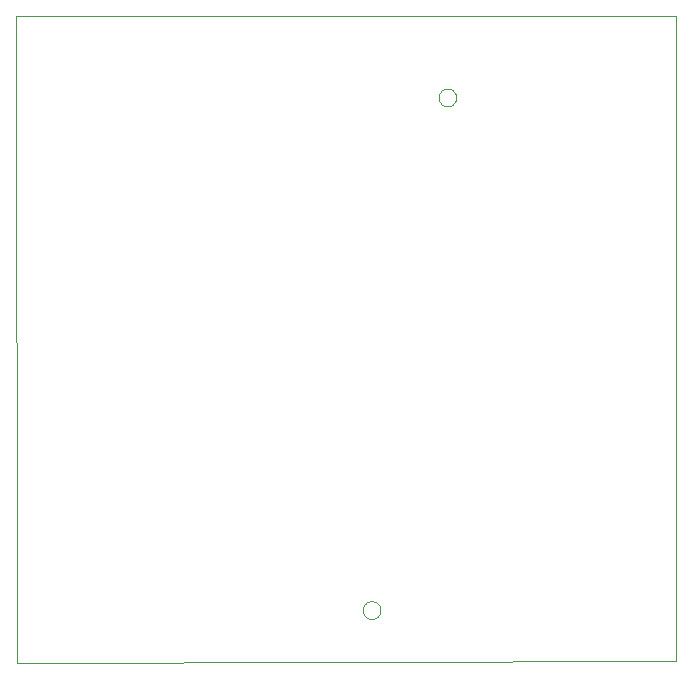
<source format=gm1>
G75*
%MOIN*%
%OFA0B0*%
%FSLAX24Y24*%
%IPPOS*%
%LPD*%
%AMOC8*
5,1,8,0,0,1.08239X$1,22.5*
%
%ADD10C,0.0000*%
D10*
X001330Y000475D02*
X001305Y022046D01*
X023275Y022046D01*
X023275Y000550D01*
X001330Y000475D01*
X012847Y002231D02*
X012849Y002265D01*
X012855Y002299D01*
X012865Y002332D01*
X012878Y002363D01*
X012896Y002393D01*
X012916Y002421D01*
X012940Y002446D01*
X012966Y002468D01*
X012994Y002486D01*
X013025Y002502D01*
X013057Y002514D01*
X013091Y002522D01*
X013125Y002526D01*
X013159Y002526D01*
X013193Y002522D01*
X013227Y002514D01*
X013259Y002502D01*
X013289Y002486D01*
X013318Y002468D01*
X013344Y002446D01*
X013368Y002421D01*
X013388Y002393D01*
X013406Y002363D01*
X013419Y002332D01*
X013429Y002299D01*
X013435Y002265D01*
X013437Y002231D01*
X013435Y002197D01*
X013429Y002163D01*
X013419Y002130D01*
X013406Y002099D01*
X013388Y002069D01*
X013368Y002041D01*
X013344Y002016D01*
X013318Y001994D01*
X013290Y001976D01*
X013259Y001960D01*
X013227Y001948D01*
X013193Y001940D01*
X013159Y001936D01*
X013125Y001936D01*
X013091Y001940D01*
X013057Y001948D01*
X013025Y001960D01*
X012994Y001976D01*
X012966Y001994D01*
X012940Y002016D01*
X012916Y002041D01*
X012896Y002069D01*
X012878Y002099D01*
X012865Y002130D01*
X012855Y002163D01*
X012849Y002197D01*
X012847Y002231D01*
X015373Y019319D02*
X015375Y019353D01*
X015381Y019387D01*
X015391Y019420D01*
X015404Y019451D01*
X015422Y019481D01*
X015442Y019509D01*
X015466Y019534D01*
X015492Y019556D01*
X015520Y019574D01*
X015551Y019590D01*
X015583Y019602D01*
X015617Y019610D01*
X015651Y019614D01*
X015685Y019614D01*
X015719Y019610D01*
X015753Y019602D01*
X015785Y019590D01*
X015815Y019574D01*
X015844Y019556D01*
X015870Y019534D01*
X015894Y019509D01*
X015914Y019481D01*
X015932Y019451D01*
X015945Y019420D01*
X015955Y019387D01*
X015961Y019353D01*
X015963Y019319D01*
X015961Y019285D01*
X015955Y019251D01*
X015945Y019218D01*
X015932Y019187D01*
X015914Y019157D01*
X015894Y019129D01*
X015870Y019104D01*
X015844Y019082D01*
X015816Y019064D01*
X015785Y019048D01*
X015753Y019036D01*
X015719Y019028D01*
X015685Y019024D01*
X015651Y019024D01*
X015617Y019028D01*
X015583Y019036D01*
X015551Y019048D01*
X015520Y019064D01*
X015492Y019082D01*
X015466Y019104D01*
X015442Y019129D01*
X015422Y019157D01*
X015404Y019187D01*
X015391Y019218D01*
X015381Y019251D01*
X015375Y019285D01*
X015373Y019319D01*
M02*

</source>
